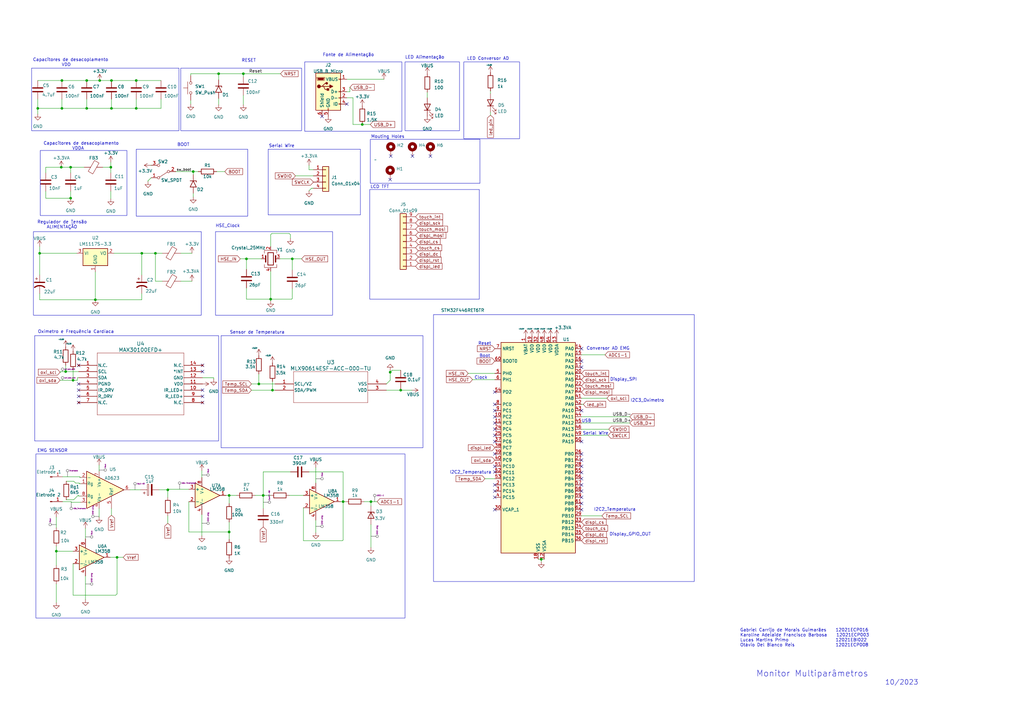
<source format=kicad_sch>
(kicad_sch (version 20230121) (generator eeschema)
  (paper "A3")
  (junction (at 58.166 103.886))
  (junction (at 45.72 33.02))
  (junction (at 55.88 33.02))
  (junction (at 107.95 203.2))
  (junction (at 148.59 51.054))
  (junction (at 25.4 33.02))
  (junction (at 29.972 155.956))
  (junction (at 40.894 33.02))
  (junction (at 152.146 205.74))
  (junction (at 111.76 160.02))
  (junction (at 63.754 103.886))
  (junction (at 140.716 205.74))
  (junction (at 45.72 44.45))
  (junction (at 39.116 122.936))
  (junction (at 106.172 157.48))
  (junction (at 16.256 103.886))
  (junction (at 93.98 218.186))
  (junction (at 93.98 203.2))
  (junction (at 23.114 226.06))
  (junction (at 160.02 152.654))
  (junction (at 101.092 106.172))
  (junction (at 45.466 68.58))
  (junction (at 119.888 106.172))
  (junction (at 48.006 228.6))
  (junction (at 28.956 81.28))
  (junction (at 25.4 44.45))
  (junction (at 221.996 229.362))
  (junction (at 164.338 160.02))
  (junction (at 89.662 30.226))
  (junction (at 35.56 44.45))
  (junction (at 99.822 30.226))
  (junction (at 25.146 68.58))
  (junction (at 55.88 44.45))
  (junction (at 26.924 152.4))
  (junction (at 79.248 70.358))
  (junction (at 35.56 33.02))
  (junction (at 68.834 200.914))
  (junction (at 110.998 122.682))
  (junction (at 15.494 44.45))
  (junction (at 28.956 68.58))
  (no_connect (at 238.506 206.502))
  (no_connect (at 202.946 181.102))
  (no_connect (at 169.164 64.008))
  (no_connect (at 32.258 160.02))
  (no_connect (at 202.946 170.942))
  (no_connect (at 176.53 64.008))
  (no_connect (at 202.946 191.262))
  (no_connect (at 238.506 201.422))
  (no_connect (at 238.506 148.082))
  (no_connect (at 202.946 201.422))
  (no_connect (at 238.506 188.722))
  (no_connect (at 202.946 173.482))
  (no_connect (at 202.946 176.022))
  (no_connect (at 238.506 203.962))
  (no_connect (at 238.506 181.102))
  (no_connect (at 202.946 198.882))
  (no_connect (at 202.946 178.562))
  (no_connect (at 202.946 193.548))
  (no_connect (at 202.946 168.402))
  (no_connect (at 238.506 186.182))
  (no_connect (at 83.058 165.1))
  (no_connect (at 160.02 73.66))
  (no_connect (at 238.506 209.042))
  (no_connect (at 238.506 150.622))
  (no_connect (at 32.258 149.86))
  (no_connect (at 202.946 160.782))
  (no_connect (at 132.08 47.752))
  (no_connect (at 202.946 203.962))
  (no_connect (at 32.258 165.1))
  (no_connect (at 238.506 198.882))
  (no_connect (at 238.506 193.802))
  (no_connect (at 238.506 168.402))
  (no_connect (at 202.946 209.042))
  (no_connect (at 83.058 149.86))
  (no_connect (at 238.506 191.262))
  (no_connect (at 32.258 157.48))
  (no_connect (at 83.058 152.4))
  (no_connect (at 202.946 186.182))
  (no_connect (at 142.24 42.672))
  (no_connect (at 238.506 196.342))
  (no_connect (at 202.946 165.862))
  (no_connect (at 83.058 162.56))
  (no_connect (at 83.058 160.02))
  (no_connect (at 238.506 143.002))
  (no_connect (at 32.258 162.56))
  (no_connect (at 160.274 64.008))
  (wire (pts (xy 119.888 118.364) (xy 119.888 122.428)))
  (wire (pts (xy 129.54 218.44) (xy 129.54 213.36)))
  (wire (pts (xy 28.956 68.58) (xy 34.544 68.58)))
  (wire (pts (xy 238.506 170.942) (xy 258.318 170.942)))
  (wire (pts (xy 68.834 200.914) (xy 68.834 203.962)))
  (wire (pts (xy 93.98 218.186) (xy 93.98 221.234)))
  (wire (pts (xy 118.618 203.2) (xy 124.46 203.2)))
  (wire (pts (xy 110.998 111.252) (xy 110.998 122.682)))
  (wire (pts (xy 127.762 77.216) (xy 126.746 78.232)))
  (wire (pts (xy 121.158 72.136) (xy 128.524 72.136)))
  (wire (pts (xy 58.166 103.886) (xy 58.166 112.776)))
  (wire (pts (xy 68.834 200.914) (xy 68.834 200.66)))
  (wire (pts (xy 42.164 68.58) (xy 45.466 68.58)))
  (wire (pts (xy 149.352 205.74) (xy 152.146 205.74)))
  (wire (pts (xy 25.654 205.74) (xy 29.21 205.74)))
  (wire (pts (xy 140.716 205.74) (xy 140.716 221.488)))
  (wire (pts (xy 35.052 245.872) (xy 35.052 236.22)))
  (wire (pts (xy 77.47 205.74) (xy 77.47 218.186)))
  (wire (pts (xy 152.146 224.536) (xy 152.146 215.138)))
  (wire (pts (xy 66.548 115.316) (xy 63.754 115.316)))
  (wire (pts (xy 111.76 160.02) (xy 112.776 160.02)))
  (wire (pts (xy 61.722 67.818) (xy 61.976 67.818)))
  (wire (pts (xy 107.95 203.2) (xy 110.998 203.2)))
  (wire (pts (xy 40.894 33.02) (xy 45.72 33.02)))
  (wire (pts (xy 35.56 44.45) (xy 45.72 44.45)))
  (wire (pts (xy 31.75 155.956) (xy 31.75 154.94)))
  (wire (pts (xy 45.212 228.6) (xy 48.006 228.6)))
  (wire (pts (xy 142.24 40.132) (xy 144.78 40.132)))
  (wire (pts (xy 119.126 96.266) (xy 119.126 97.79)))
  (wire (pts (xy 93.98 203.2) (xy 93.98 206.502)))
  (wire (pts (xy 119.888 106.172) (xy 119.888 110.744)))
  (wire (pts (xy 31.496 103.886) (xy 16.256 103.886)))
  (wire (pts (xy 193.802 155.702) (xy 202.946 155.702)))
  (wire (pts (xy 25.4 40.64) (xy 25.4 44.45)))
  (wire (pts (xy 192.024 153.162) (xy 202.946 153.162)))
  (wire (pts (xy 106.172 157.48) (xy 112.776 157.48)))
  (wire (pts (xy 164.338 151.892) (xy 160.782 151.892)))
  (wire (pts (xy 32.004 203.2) (xy 30.226 204.978)))
  (wire (pts (xy 89.662 30.226) (xy 78.232 30.226)))
  (wire (pts (xy 32.766 195.834) (xy 32.766 195.58)))
  (wire (pts (xy 29.972 244.094) (xy 47.498 244.094)))
  (wire (pts (xy 152.146 205.74) (xy 154.686 205.74)))
  (wire (pts (xy 18.796 78.486) (xy 18.796 81.28)))
  (wire (pts (xy 93.98 203.2) (xy 97.028 203.2)))
  (wire (pts (xy 24.892 152.654) (xy 24.892 152.4)))
  (wire (pts (xy 46.736 103.886) (xy 58.166 103.886)))
  (wire (pts (xy 104.648 203.2) (xy 107.95 203.2)))
  (wire (pts (xy 25.146 68.58) (xy 28.956 68.58)))
  (wire (pts (xy 110.998 101.092) (xy 110.998 96.266)))
  (wire (pts (xy 40.64 208.534) (xy 40.64 212.09)))
  (wire (pts (xy 28.956 70.866) (xy 28.956 68.58)))
  (wire (pts (xy 32.766 195.58) (xy 25.654 195.58)))
  (wire (pts (xy 124.46 221.742) (xy 140.462 221.742)))
  (wire (pts (xy 27.178 197.358) (xy 30.226 197.358)))
  (wire (pts (xy 160.02 152.654) (xy 160.02 151.892)))
  (wire (pts (xy 238.506 165.862) (xy 239.268 165.862)))
  (wire (pts (xy 89.662 30.226) (xy 99.822 30.226)))
  (wire (pts (xy 107.95 193.548) (xy 107.95 203.2)))
  (wire (pts (xy 15.494 44.45) (xy 15.494 46.736)))
  (wire (pts (xy 32.766 195.834) (xy 33.02 195.834)))
  (wire (pts (xy 45.72 211.328) (xy 45.72 208.534)))
  (wire (pts (xy 48.006 228.6) (xy 48.006 243.586)))
  (wire (pts (xy 18.796 68.58) (xy 25.146 68.58)))
  (wire (pts (xy 92.71 203.2) (xy 93.98 203.2)))
  (wire (pts (xy 45.72 40.64) (xy 45.72 44.45)))
  (wire (pts (xy 238.506 211.582) (xy 246.888 211.582)))
  (wire (pts (xy 78.232 30.226) (xy 78.232 30.988)))
  (wire (pts (xy 24.638 152.654) (xy 24.892 152.654)))
  (wire (pts (xy 101.092 118.11) (xy 101.092 122.682)))
  (wire (pts (xy 55.88 33.02) (xy 66.04 33.02)))
  (wire (pts (xy 123.698 106.172) (xy 119.888 106.172)))
  (wire (pts (xy 29.972 231.14) (xy 29.972 244.094)))
  (wire (pts (xy 16.256 103.886) (xy 16.256 112.776)))
  (wire (pts (xy 31.75 154.94) (xy 32.258 154.94)))
  (wire (pts (xy 35.56 40.64) (xy 35.56 44.45)))
  (wire (pts (xy 35.052 216.662) (xy 35.052 220.98)))
  (wire (pts (xy 201.168 45.974) (xy 201.168 47.244)))
  (wire (pts (xy 32.512 198.374) (xy 32.512 198.12)))
  (wire (pts (xy 66.04 40.64) (xy 66.04 44.45)))
  (wire (pts (xy 30.988 198.12) (xy 30.226 197.358)))
  (wire (pts (xy 201.168 37.338) (xy 201.168 38.354)))
  (wire (pts (xy 124.46 208.28) (xy 124.46 221.742)))
  (wire (pts (xy 87.63 155.448) (xy 87.63 154.94)))
  (wire (pts (xy 119.126 193.548) (xy 107.95 193.548)))
  (wire (pts (xy 53.34 200.914) (xy 57.658 200.914)))
  (wire (pts (xy 72.136 70.358) (xy 79.248 70.358)))
  (wire (pts (xy 238.506 178.562) (xy 249.428 178.562)))
  (wire (pts (xy 60.706 74.422) (xy 60.706 74.168)))
  (wire (pts (xy 32.258 203.2) (xy 32.004 203.2)))
  (wire (pts (xy 23.114 239.522) (xy 23.114 247.142)))
  (wire (pts (xy 110.998 122.682) (xy 110.998 123.444)))
  (wire (pts (xy 78.232 41.148) (xy 78.232 42.672)))
  (wire (pts (xy 63.754 103.886) (xy 66.548 103.886)))
  (wire (pts (xy 33.02 203.454) (xy 32.258 203.454)))
  (wire (pts (xy 139.7 205.74) (xy 140.716 205.74)))
  (wire (pts (xy 63.754 115.316) (xy 63.754 103.886)))
  (wire (pts (xy 79.248 70.358) (xy 79.248 71.628)))
  (wire (pts (xy 45.466 68.58) (xy 45.466 70.866)))
  (wire (pts (xy 39.116 122.936) (xy 16.256 122.936)))
  (wire (pts (xy 32.512 198.374) (xy 33.02 198.374)))
  (wire (pts (xy 160.782 151.892) (xy 160.02 152.654)))
  (wire (pts (xy 152.146 205.74) (xy 152.146 207.518)))
  (wire (pts (xy 29.972 155.956) (xy 31.75 155.956)))
  (wire (pts (xy 58.166 103.886) (xy 63.754 103.886)))
  (wire (pts (xy 79.248 70.358) (xy 81.28 70.358)))
  (wire (pts (xy 128.524 77.216) (xy 127.762 77.216)))
  (wire (pts (xy 111.76 156.464) (xy 111.76 160.02)))
  (wire (pts (xy 103.124 160.02) (xy 111.76 160.02)))
  (wire (pts (xy 220.726 229.362) (xy 221.996 229.362)))
  (wire (pts (xy 16.256 101.092) (xy 16.256 103.886)))
  (wire (pts (xy 29.972 151.638) (xy 29.972 155.956)))
  (wire (pts (xy 82.804 219.71) (xy 82.804 211.074)))
  (wire (pts (xy 18.796 81.28) (xy 28.956 81.28)))
  (wire (pts (xy 45.72 44.45) (xy 55.88 44.45)))
  (wire (pts (xy 15.494 40.64) (xy 15.494 44.45)))
  (wire (pts (xy 78.74 115.316) (xy 74.168 115.316)))
  (wire (pts (xy 45.466 66.548) (xy 45.466 68.58)))
  (wire (pts (xy 24.638 155.956) (xy 29.972 155.956)))
  (wire (pts (xy 26.924 149.86) (xy 26.924 152.4)))
  (wire (pts (xy 143.51 35.814) (xy 143.51 37.592)))
  (wire (pts (xy 60.706 74.168) (xy 61.976 72.898)))
  (wire (pts (xy 40.64 190.754) (xy 40.64 193.294)))
  (wire (pts (xy 23.114 224.028) (xy 23.114 226.06)))
  (wire (pts (xy 238.506 145.542) (xy 248.158 145.542)))
  (wire (pts (xy 119.634 122.682) (xy 119.888 122.428)))
  (wire (pts (xy 25.4 33.02) (xy 35.56 33.02)))
  (wire (pts (xy 77.47 218.186) (xy 93.98 218.186)))
  (wire (pts (xy 101.092 106.172) (xy 107.188 106.172)))
  (wire (pts (xy 129.54 191.77) (xy 129.54 198.12)))
  (wire (pts (xy 55.88 40.64) (xy 55.88 44.45)))
  (wire (pts (xy 160.02 152.654) (xy 160.02 155.956)))
  (wire (pts (xy 198.882 196.342) (xy 202.946 196.342)))
  (wire (pts (xy 45.466 78.486) (xy 45.466 81.534)))
  (wire (pts (xy 238.506 173.482) (xy 258.318 173.482)))
  (wire (pts (xy 26.924 152.4) (xy 32.258 152.4)))
  (wire (pts (xy 16.256 122.936) (xy 16.256 120.396)))
  (wire (pts (xy 15.494 33.02) (xy 25.4 33.02)))
  (wire (pts (xy 119.888 106.172) (xy 114.808 106.172)))
  (wire (pts (xy 99.822 39.116) (xy 99.822 42.926)))
  (wire (pts (xy 160.02 155.956) (xy 158.496 157.48)))
  (wire (pts (xy 35.56 33.02) (xy 40.894 33.02)))
  (wire (pts (xy 29.21 205.994) (xy 33.02 205.994)))
  (wire (pts (xy 144.78 51.054) (xy 148.59 51.054)))
  (wire (pts (xy 148.59 51.054) (xy 151.892 51.054)))
  (wire (pts (xy 110.998 122.682) (xy 119.634 122.682)))
  (wire (pts (xy 101.092 122.682) (xy 110.998 122.682)))
  (wire (pts (xy 28.956 78.486) (xy 28.956 81.28)))
  (wire (pts (xy 164.338 160.02) (xy 168.91 160.02)))
  (wire (pts (xy 24.892 152.4) (xy 26.924 152.4)))
  (wire (pts (xy 88.9 70.358) (xy 92.202 70.358)))
  (wire (pts (xy 110.998 96.266) (xy 111.506 95.758)))
  (wire (pts (xy 140.462 221.742) (xy 140.716 221.488)))
  (wire (pts (xy 99.822 31.496) (xy 99.822 30.226)))
  (wire (pts (xy 142.24 32.512) (xy 157.48 32.512)))
  (wire (pts (xy 82.804 193.04) (xy 82.804 195.834)))
  (wire (pts (xy 126.746 69.596) (xy 128.524 69.596)))
  (wire (pts (xy 158.496 160.02) (xy 164.338 160.02)))
  (wire (pts (xy 68.834 200.66) (xy 77.47 200.66)))
  (wire (pts (xy 32.258 203.454) (xy 32.258 203.2)))
  (wire (pts (xy 18.796 68.58) (xy 18.796 70.866)))
  (wire (pts (xy 23.114 226.06) (xy 29.972 226.06)))
  (wire (pts (xy 23.114 226.06) (xy 23.114 231.902)))
  (wire (pts (xy 23.114 212.09) (xy 23.114 216.408)))
  (wire (pts (xy 103.124 157.48) (xy 106.172 157.48)))
  (wire (pts (xy 68.834 211.582) (xy 68.834 214.63)))
  (wire (pts (xy 79.248 79.248) (xy 79.248 80.772)))
  (wire (pts (xy 58.166 120.396) (xy 58.166 122.936)))
  (wire (pts (xy 98.552 106.172) (xy 101.092 106.172)))
  (wire (pts (xy 87.63 154.94) (xy 83.058 154.94)))
  (wire (pts (xy 249.682 176.022) (xy 238.506 176.022)))
  (wire (pts (xy 55.88 44.45) (xy 66.04 44.45)))
  (wire (pts (xy 58.166 122.936) (xy 39.116 122.936)))
  (wire (pts (xy 78.74 103.886) (xy 74.168 103.886)))
  (wire (pts (xy 221.996 229.362) (xy 223.266 229.362)))
  (wire (pts (xy 101.092 106.172) (xy 101.092 110.49)))
  (wire (pts (xy 93.98 214.122) (xy 93.98 218.186)))
  (wire (pts (xy 39.116 111.506) (xy 39.116 122.936)))
  (wire (pts (xy 27.178 204.978) (xy 30.226 204.978)))
  (wire (pts (xy 15.494 44.45) (xy 25.4 44.45)))
  (wire (pts (xy 45.72 33.02) (xy 55.88 33.02)))
  (wire (pts (xy 89.662 40.386) (xy 89.662 42.926)))
  (wire (pts (xy 140.716 205.74) (xy 141.732 205.74)))
  (wire (pts (xy 89.662 30.226) (xy 89.662 32.766)))
  (wire (pts (xy 126.746 193.548) (xy 140.716 193.548)))
  (wire (pts (xy 32.512 198.12) (xy 30.988 198.12)))
  (wire (pts (xy 115.062 30.226) (xy 99.822 30.226)))
  (wire (pts (xy 143.51 37.592) (xy 142.24 37.592)))
  (wire (pts (xy 25.4 44.45) (xy 35.56 44.45)))
  (wire (pts (xy 107.95 203.2) (xy 107.95 208.534)))
  (wire (pts (xy 164.338 159.512) (xy 164.338 160.02)))
  (wire (pts (xy 144.78 40.132) (xy 144.78 51.054)))
  (wire (pts (xy 65.278 200.914) (xy 68.834 200.914)))
  (wire (pts (xy 118.618 95.758) (xy 119.126 96.266)))
  (wire (pts (xy 106.172 153.416) (xy 106.172 157.48)))
  (wire (pts (xy 126.746 67.818) (xy 126.746 69.596)))
  (wire (pts (xy 47.498 244.094) (xy 48.006 243.586)))
  (wire (pts (xy 111.506 95.758) (xy 118.618 95.758)))
  (wire (pts (xy 140.716 193.548) (xy 140.716 205.74)))
  (wire (pts (xy 175.26 37.846) (xy 175.26 40.132)))
  (wire (pts (xy 248.92 163.322) (xy 238.506 163.322)))
  (wire (pts (xy 48.006 228.6) (xy 50.546 228.6)))
  (wire (pts (xy 29.21 205.74) (xy 29.21 205.994)))
  (wire (pts (xy 221.996 229.362) (xy 221.996 230.378)))
  (rectangle (start 151.638 77.724) (end 196.596 122.682))
  (rectangle (start 124.968 25.4) (end 164.846 53.848))
  (rectangle (start 190.246 25.4) (end 213.106 56.896))
  (rectangle (start 16.51 61.722) (end 52.07 88.392))
  (rectangle (start 166.116 25.4) (end 188.468 53.594))
  (rectangle (start 109.982 61.214) (end 147.828 88.138))
  (rectangle (start 55.88 61.214) (end 101.6 88.646))
  (rectangle (start 74.168 27.94) (end 123.698 53.594))
  (rectangle (start 14.732 186.182) (end 166.116 253.492))
  (rectangle (start 88.392 94.996) (end 136.398 129.286))
  (rectangle (start 13.716 94.996) (end 82.55 129.286))
  (rectangle (start 177.8 129.032) (end 284.734 238.506))
  (rectangle (start 151.892 57.15) (end 196.85 75.184))
  (rectangle (start 14.224 137.668) (end 89.662 180.848))
  (rectangle (start 90.678 137.668) (end 173.482 183.642))
  (rectangle (start 12.954 27.94) (end 73.406 53.594))
  (text "Oxímetro e Frequência Cardíaca " (at 15.494 136.906 0) (effects (font (size 1.27 1.27)) (justify left bottom)))
  (text "Reset" (at 196.088 141.732 0) (effects (font (size 1.27 1.27)) (justify left bottom)))
  (text "I2C2_Temperatura\n" (at 184.404 194.564 0) (effects (font (size 1.27 1.27)) (justify left bottom)))
  (text "Serial Wire" (at 110.236 60.706 0) (effects (font (size 1.27 1.27)) (justify left bottom)))
  (text "RESET" (at 99.06 25.654 0) (effects (font (size 1.27 1.27)) (justify left bottom)))
  (text "BOOT\n" (at 72.644 60.198 0) (effects (font (size 1.27 1.27)) (justify left bottom)))
  (text "Conversor AD EMG\n\n" (at 240.538 145.796 0) (effects (font (size 1.27 1.27)) (justify left bottom)))
  (text "Regulador de Tensão\n    ALIMENTAÇÃO" (at 15.24 93.98 0) (effects (font (size 1.27 1.27)) (justify left bottom)))
  (text "10/2023" (at 362.966 281.178 0) (effects (font (size 2 2)) (justify left bottom)))
  (text "LED Alimentação\n\n" (at 166.116 26.416 0) (effects (font (size 1.27 1.27)) (justify left bottom)))
  (text "Clock\n" (at 194.564 155.702 0) (effects (font (size 1.27 1.27)) (justify left bottom)))
  (text "USB" (at 238.506 173.482 0) (effects (font (size 1.27 1.27)) (justify left bottom)))
  (text "Display_GPIO_OUT\n\n\n" (at 249.936 224.028 0) (effects (font (size 1.27 1.27)) (justify left bottom)))
  (text "Boot" (at 196.596 146.812 0) (effects (font (size 1.27 1.27)) (justify left bottom)))
  (text "Display_SPI" (at 250.19 156.464 0) (effects (font (size 1.27 1.27)) (justify left bottom)))
  (text "Mouting Holes\n" (at 152.146 56.896 0) (effects (font (size 1.27 1.27)) (justify left bottom)))
  (text "Fonte de Alimentação\n" (at 132.334 23.368 0) (effects (font (size 1.27 1.27)) (justify left bottom)))
  (text "Capacitores de desacoplamento \n		  VDDA\n" (at 17.78 61.722 0) (effects (font (size 1.27 1.27)) (justify left bottom)))
  (text "LED Conversor AD\n\n" (at 191.516 26.924 0) (effects (font (size 1.27 1.27)) (justify left bottom)))
  (text "Gabriel Carrijo de Morais Guimarães    12021ECP016\nKaroline Adelaide Francisco Barbosa    12021ECP003\nLucas Martins Primo 		    12021EBI022\nOtávio Del Bianco Reis 		    12021ECP008" (at 303.53 265.43 0) (effects (font (size 1.27 1.27)) (justify left bottom)))
  (text "Sensor de Temperatura\n" (at 94.234 137.16 0) (effects (font (size 1.27 1.27)) (justify left bottom)))
  (text "LCD TFT" (at 151.892 77.47 0) (effects (font (size 1.27 1.27)) (justify left bottom)))
  (text "HSE_Clock" (at 88.392 93.472 0) (effects (font (size 1.27 1.27)) (justify left bottom)))
  (text "Monitor Multiparâmetros" (at 310.134 277.876 0) (effects (font (size 2.5 2.5)) (justify left bottom)))
  (text "I2C2_Temperatura\n" (at 243.586 209.804 0) (effects (font (size 1.27 1.27)) (justify left bottom)))
  (text "EMG SENSOR\n" (at 15.24 185.674 0) (effects (font (size 1.27 1.27)) (justify left bottom)))
  (text "Capacitores de desacoplamento \n		  VDD" (at 13.462 27.432 0) (effects (font (size 1.27 1.27)) (justify left bottom)))
  (text "I2C3_Oxímetro\n\n" (at 258.572 167.132 0) (effects (font (size 1.27 1.27)) (justify left bottom)))
  (text "Serial Wire\n" (at 239.014 178.562 0) (effects (font (size 1.27 1.27)) (justify left bottom)))
  (label "Reset" (at 102.108 30.226 0))
  (label "USB_D-" (at 251.206 170.942 0))
  (label "sw_boot" (at 72.39 70.358 0) (effects (font (size 1 1))))
  (label "USB_D+" (at 251.206 173.482 0))
  (global_label "displ_cs" (shape input) (at 170.434 99.06 0) (property "Intersheetrefs" "${INTERSHEET_REFS}" (effects hide)))
  (global_label "touch_cs" (shape input) (at 238.506 216.662 0) (property "Intersheetrefs" "${INTERSHEET_REFS}" (effects hide)))
  (global_label "Temp_SDA" (shape input) (at 198.882 196.342 180) (property "Intersheetrefs" "${INTERSHEET_REFS}" (effects hide)))
  (global_label "oxi_scl" (shape input) (at 248.92 163.322 0) (property "Intersheetrefs" "${INTERSHEET_REFS}" (effects hide)))
  (global_label "Vref" (shape input) (at 50.546 228.6 0) (property "Intersheetrefs" "${INTERSHEET_REFS}" (effects hide)))
  (global_label "Vref" (shape input) (at 107.95 216.154 270) (property "Intersheetrefs" "${INTERSHEET_REFS}" (effects hide)))
  (global_label "Temp_SCL" (shape input) (at 246.888 211.582 0) (property "Intersheetrefs" "${INTERSHEET_REFS}" (effects hide)))
  (global_label "NRST" (shape input) (at 115.062 30.226 0) (property "Intersheetrefs" "${INTERSHEET_REFS}" (effects hide)))
  (global_label "displ_rst" (shape input) (at 238.506 221.742 0) (property "Intersheetrefs" "${INTERSHEET_REFS}" (effects hide)))
  (global_label "USB_D-" (shape input) (at 143.51 35.814 0) (property "Intersheetrefs" "${INTERSHEET_REFS}" (effects hide)))
  (global_label "USB_D+" (shape input) (at 258.318 173.482 0) (property "Intersheetrefs" "${INTERSHEET_REFS}" (effects hide)))
  (global_label "ADC1-1" (shape input) (at 154.686 205.74 0) (property "Intersheetrefs" "${INTERSHEET_REFS}" (effects hide)))
  (global_label "touch_cs" (shape input) (at 170.434 101.6 0) (property "Intersheetrefs" "${INTERSHEET_REFS}" (effects hide)))
  (global_label "displ_rst" (shape input) (at 170.434 106.68 0) (property "Intersheetrefs" "${INTERSHEET_REFS}" (effects hide)))
  (global_label "HSE_OUT" (shape input) (at 193.802 155.702 180) (property "Intersheetrefs" "${INTERSHEET_REFS}" (effects hide)))
  (global_label "displ_mosi" (shape input) (at 238.506 160.782 0) (property "Intersheetrefs" "${INTERSHEET_REFS}" (effects hide)))
  (global_label "Temp_SDA" (shape input) (at 103.124 160.02 180) (property "Intersheetrefs" "${INTERSHEET_REFS}" (effects hide)))
  (global_label "displ_led" (shape input) (at 202.946 183.642 180) (property "Intersheetrefs" "${INTERSHEET_REFS}" (effects hide)))
  (global_label "USB_D-" (shape input) (at 258.318 170.942 0) (property "Intersheetrefs" "${INTERSHEET_REFS}" (effects hide)))
  (global_label "displ_sck" (shape input) (at 238.506 155.702 0) (property "Intersheetrefs" "${INTERSHEET_REFS}" (effects hide)))
  (global_label "Temp_SCL" (shape input) (at 103.124 157.48 180) (property "Intersheetrefs" "${INTERSHEET_REFS}" (effects hide)))
  (global_label "touch_int" (shape input) (at 170.434 88.9 0) (property "Intersheetrefs" "${INTERSHEET_REFS}" (effects hide)))
  (global_label "oxi_sda" (shape input) (at 24.638 155.956 180) (property "Intersheetrefs" "${INTERSHEET_REFS}" (effects hide)))
  (global_label "SWCLK" (shape input) (at 249.428 178.562 0) (property "Intersheetrefs" "${INTERSHEET_REFS}" (effects hide)))
  (global_label "touch_mosi" (shape input) (at 170.434 93.98 0) (property "Intersheetrefs" "${INTERSHEET_REFS}" (effects hide)))
  (global_label "SWDIO" (shape input) (at 249.682 176.022 0) (property "Intersheetrefs" "${INTERSHEET_REFS}" (effects hide)))
  (global_label "displ_sck" (shape input) (at 170.434 91.44 0) (property "Intersheetrefs" "${INTERSHEET_REFS}" (effects hide)))
  (global_label "touch_mosi" (shape input) (at 238.506 158.242 0) (property "Intersheetrefs" "${INTERSHEET_REFS}" (effects hide)))
  (global_label "oxi_sda" (shape input) (at 202.946 188.722 180) (property "Intersheetrefs" "${INTERSHEET_REFS}" (effects hide)))
  (global_label "HSE_OUT" (shape input) (at 123.698 106.172 0) (property "Intersheetrefs" "${INTERSHEET_REFS}" (effects hide)))
  (global_label "NRST" (shape input) (at 202.946 143.002 180) (property "Intersheetrefs" "${INTERSHEET_REFS}" (effects hide)))
  (global_label "BOOT" (shape input) (at 202.946 148.082 180) (property "Intersheetrefs" "${INTERSHEET_REFS}" (effects hide)))
  (global_label "displ_led" (shape input) (at 170.434 109.22 0) (property "Intersheetrefs" "${INTERSHEET_REFS}" (effects hide)))
  (global_label "oxi_scl" (shape input) (at 24.638 152.654 180) (property "Intersheetrefs" "${INTERSHEET_REFS}" (effects hide)))
  (global_label "displ_mosi" (shape input) (at 170.434 96.52 0) (property "Intersheetrefs" "${INTERSHEET_REFS}" (effects hide)))
  (global_label "SWCLK" (shape input) (at 128.524 74.676 180) (property "Intersheetrefs" "${INTERSHEET_REFS}" (effects hide)))
  (global_label "Vref" (shape input) (at 68.834 214.63 270) (property "Intersheetrefs" "${INTERSHEET_REFS}" (effects hide)))
  (global_label "BOOT" (shape input) (at 92.202 70.358 0) (property "Intersheetrefs" "${INTERSHEET_REFS}" (effects hide)))
  (global_label "HSE_IN" (shape input) (at 192.024 153.162 180) (property "Intersheetrefs" "${INTERSHEET_REFS}" (effects hide)))
  (global_label "Vref" (shape input) (at 45.72 211.328 270) (property "Intersheetrefs" "${INTERSHEET_REFS}" (effects hide)))
  (global_label "ADC1-1" (shape input) (at 248.158 145.542 0) (property "Intersheetrefs" "${INTERSHEET_REFS}" (effects hide)))
  (global_label "touch_int" (shape input) (at 238.506 153.162 0) (property "Intersheetrefs" "${INTERSHEET_REFS}" (effects hide)))
  (global_label "SWDIO" (shape input) (at 121.158 72.136 180) (property "Intersheetrefs" "${INTERSHEET_REFS}" (effects hide)))
  (global_label "displ_cs" (shape input) (at 238.506 214.122 0) (property "Intersheetrefs" "${INTERSHEET_REFS}" (effects hide)))
  (global_label "displ_dc" (shape input) (at 238.506 219.202 0) (property "Intersheetrefs" "${INTERSHEET_REFS}" (effects hide)))
  (global_label "HSE_IN" (shape input) (at 98.552 106.172 180) (property "Intersheetrefs" "${INTERSHEET_REFS}" (effects hide)))
  (global_label "displ_dc" (shape input) (at 170.434 104.14 0) (property "Intersheetrefs" "${INTERSHEET_REFS}" (effects hide)))
  (global_label "USB_D+" (shape input) (at 151.892 51.054 0) (property "Intersheetrefs" "${INTERSHEET_REFS}" (effects hide)))
  (global_label "led_pin" (shape input) (at 201.168 47.244 270) (property "Intersheetrefs" "${INTERSHEET_REFS}" (effects hide)))
  (global_label "led_pin" (shape input) (at 239.268 165.862 0) (property "Intersheetrefs" "${INTERSHEET_REFS}" (effects hide)))
  (netclass_flag "" (length 1) (shape round) (at 25.654 155.956 0) (property "Netclass" "oxi_sda_stm" (at 26.3525 154.956 0) (effects (font (size 0.5 0.5) italic) (justify left))))
  (netclass_flag "" (length 2.54) (shape round) (at 129.54 215.9 270) (property "Netclass" "GND-emg" (at 132.08 215.2015 90) (effects (font (size 0.5 0.5) italic) (justify left))))
  (netclass_flag "" (length 2.54) (shape round) (at 82.804 214.63 270) (property "Netclass" "GND-emg" (at 85.344 213.9315 90) (effects (font (size 0.5 0.5) italic) (justify left))))
  (netclass_flag "" (length 2.54) (shape round) (at 35.052 239.522 270) (property "Netclass" "GND-emg" (at 37.592 238.8235 90) (effects (font (size 0.5 0.5) italic) (justify left))))
  (netclass_flag "" (length 2.54) (shape round) (at 82.804 194.818 270) (property "Netclass" "Vbus" (at 85.344 194.1195 90) (effects (font (size 0.5 0.5) italic) (justify left))))
  (netclass_flag "" (length 2.54) (shape round) (at 23.114 215.138 90) (property "Netclass" "Vbus" (at 20.574 214.4395 90) (effects (font (size 0.5 0.5) italic) (justify left))))
  (netclass_flag "" (length 2.54) (shape round) (at 40.64 192.786 270) (property "Netclass" "Vbus" (at 43.18 192.0875 90) (effects (font (size 0.5 0.5) italic) (justify left))))
  (netclass_flag "" (length 2.54) (shape round) (at 107.95 205.994 270) (property "Netclass" "ConR7-R8" (at 110.49 205.2955 90) (effects (font (size 0.5 0.5) italic) (justify left))))
  (netclass_flag "" (length 2.54) (shape round) (at 152.146 219.964 270) (property "Netclass" "GND-emg" (at 154.686 219.2655 90) (effects (font (size 0.5 0.5) italic) (justify left))))
  (netclass_flag "" (length 2.54) (shape round) (at 129.54 196.342 270) (property "Netclass" "Vbus" (at 132.08 195.6435 90) (effects (font (size 0.5 0.5) italic) (justify left))))
  (netclass_flag "" (length 2.54) (shape round) (at 27.686 195.58 0) (property "Netclass" "inversora" (at 28.3845 193.04 0) (effects (font (size 0.5 0.5) italic) (justify left))))
  (netclass_flag "" (length 2.54) (shape round) (at 35.052 220.218 270) (property "Netclass" "Vbus" (at 37.592 219.5195 90) (effects (font (size 0.5 0.5) italic) (justify left))))
  (netclass_flag "" (length 2.54) (shape round) (at 40.64 211.836 90) (property "Netclass" "GND-emg" (at 38.1 211.1375 90) (effects (font (size 0.5 0.5) italic) (justify left))))
  (netclass_flag "" (length 1) (shape round) (at 25.654 152.4 0) (property "Netclass" "oxi_slc_stm" (at 26.3525 151.4 0) (effects (font (size 0.5 0.5) italic) (justify left))))
  (netclass_flag "" (length 2.54) (shape round) (at 55.372 200.914 0) (property "Netclass" "Vout-AD" (at 56.0705 198.374 0) (effects (font (size 0.5 0.5) italic) (justify left))))
  (netclass_flag "" (length 2.54) (shape round) (at 153.67 205.74 0) (property "Netclass" "ADC1-1" (at 154.3685 203.2 0) (effects (font (size 0.5 0.5) italic) (justify left))))
  (netclass_flag "" (length 2.54) (shape round) (at 29.21 205.994 180) (property "Netclass" "não_inversora" (at 29.9085 208.534 0) (effects (font (size 0.5 0.5) italic) (justify left))))
  (netclass_flag "" (length 2.54) (shape round) (at 73.66 200.66 0) (property "Netclass" "não-inversora2" (at 74.3585 198.12 0) (effects (font (size 0.5 0.5) italic) (justify left))))
  (symbol (lib_id "power:VBUS") (at 157.48 32.512 0) (unit 1)
    (property "Reference" "#PWR027" (effects hide))
    (property "Value" "VBUS" (at 157.48 29.21 0))
  )
  (symbol (lib_id "power:GND") (at 110.998 123.444 0) (unit 1)
    (property "Reference" "#PWR025" (effects hide))
    (property "Value" "GND" (at 110.998 127.254 0))
  )
  (symbol (lib_id "power:GND") (at 39.116 122.936 0) (unit 1)
    (property "Reference" "#PWR04" (effects hide))
    (property "Value" "GND" (at 39.116 128.016 0))
  )
  (symbol (lib_id "Connector_Generic:Conn_01x09") (at 165.354 99.06 180) (unit 1)
    (property "Reference" "J5" (at 165.354 83.82 0))
    (property "Value" "Conn_01x09" (at 165.354 86.36 0))
    (property "Footprint" "Connector_PinSocket_2.54mm:PinSocket_1x09_P2.54mm_Vertical_SMD_Pin1Right" (effects hide))
  )
  (symbol (lib_id "power:+3.3V") (at 40.894 33.02 0) (unit 1)
    (property "Reference" "#PWR014" (effects hide))
    (property "Value" "+3.3V" (at 40.894 29.21 0))
  )
  (symbol (lib_id "power:+3.3V") (at 61.722 67.818 90) (unit 1)
    (property "Reference" "#PWR022" (effects hide))
    (property "Value" "+3.3V" (at 62.484 70.104 90) (effects (justify left)))
  )
  (symbol (lib_id "power:GND") (at 134.62 47.752 0) (unit 1)
    (property "Reference" "#PWR026" (effects hide))
    (property "Value" "GND" (at 134.62 52.832 0))
  )
  (symbol (lib_id "Device:LED") (at 201.168 42.164 90) (unit 1)
    (property "Reference" "D5" (at 204.216 43.1165 90) (effects (justify right)))
    (property "Value" "LED" (at 204.216 45.6565 90) (effects (justify right)))
    (property "Footprint" "LED_SMD:LED_1210_3225Metric" (effects hide))
  )
  (symbol (lib_id "power:+3.3VA") (at 126.746 67.818 0) (unit 1)
    (property "Reference" "#PWR028" (effects hide))
    (property "Value" "+3.3VA" (at 126.746 64.008 0))
  )
  (symbol (lib_id "Device:R") (at 114.808 203.2 90) (unit 1)
    (property "Reference" "R8" (at 114.808 198.12 90))
    (property "Value" "1k" (at 114.808 200.66 90))
    (property "Footprint" "Resistor_SMD:R_0603_1608Metric" (effects hide))
  )
  (symbol (lib_id "Mechanical:MountingHole_Pad") (at 169.164 61.468 0) (unit 1)
    (property "Reference" "H4" (at 171.704 59.563 0) (effects (justify left)))
    (property "Value" "MountingHole_Pad" (effects hide))
    (property "Footprint" "MountingHole:MountingHole_3.2mm_M3" (effects hide))
  )
  (symbol (lib_id "Device:C") (at 45.72 36.83 0) (unit 1)
    (property "Reference" "C8" (at 48.26 35.56 0) (effects (justify left)))
    (property "Value" "100nF" (at 46.99 39.37 0) (effects (justify left)))
    (property "Footprint" "Capacitor_SMD:C_0603_1608Metric" (effects hide))
  )
  (symbol (lib_id "Device:C") (at 122.936 193.548 90) (unit 1)
    (property "Reference" "C17" (at 124.206 187.706 90) (effects (justify left)))
    (property "Value" "390nF" (at 125.984 189.992 90) (effects (justify left)))
    (property "Footprint" "Capacitor_SMD:C_0603_1608Metric" (effects hide))
  )
  (symbol (lib_id "power:VBUS") (at 168.91 160.02 270) (unit 1)
    (property "Reference" "#PWR030" (effects hide))
    (property "Value" "VBUS" (at 166.878 161.798 90) (effects (justify left)))
  )
  (symbol (lib_id "Connector:Conn_01x01_Pin") (at 20.574 195.58 0) (unit 1)
    (property "Reference" "J3" (at 21.209 191.77 0))
    (property "Value" "Eletrode 1" (at 20.066 193.548 0))
    (property "Footprint" "Connector_PinHeader_2.54mm:PinHeader_1x01_P2.54mm_Vertical" (effects hide))
  )
  (symbol (lib_id "power:VBUS") (at 82.804 193.04 0) (unit 1)
    (property "Reference" "#PWR037" (effects hide))
    (property "Value" "VBUS" (at 82.804 189.738 0))
  )
  (symbol (lib_id "power:GND") (at 93.98 228.854 0) (unit 1)
    (property "Reference" "#PWR035" (effects hide))
    (property "Value" "GND" (at 93.98 233.934 0))
  )
  (symbol (lib_id "Device:C") (at 164.338 155.702 0) (unit 1)
    (property "Reference" "C18" (at 165.354 153.67 0) (effects (justify left)))
    (property "Value" "0.1uF" (at 167.132 155.702 0) (effects (justify left)))
    (property "Footprint" "Capacitor_SMD:C_0603_1608Metric" (effects hide))
  )
  (symbol (lib_id "power:GND") (at 175.26 47.752 0) (unit 1)
    (property "Reference" "#PWR049" (effects hide))
    (property "Value" "GND" (at 175.26 52.832 0))
  )
  (symbol (lib_id "oxy:MAX30100EFD+") (at 32.258 149.86 0) (unit 1)
    (property "Reference" "U4" (at 57.658 140.97 0) (effects (font (size 1.524 1.524))))
    (property "Value" "MAX30100EFD+" (at 57.658 143.51 0) (effects (font (size 1.524 1.524))))
    (property "Footprint" "oximeter:21-0880B_MXM-L" (effects hide))
    (property "Datasheet" "MAX30100EFD+" (effects hide))
  )
  (symbol (lib_id "Amplifier_Operational:LM358") (at 85.344 203.454 0) (unit 3)
    (property "Reference" "U7" (effects hide))
    (property "Value" "LM358" (effects hide))
    (property "Footprint" "LM358:D8-L" (effects hide))
    (property "Datasheet" "http://www.ti.com/lit/ds/symlink/lm2904-n.pdf" (effects hide))
  )
  (symbol (lib_id "power:+3.3V") (at 223.266 137.922 0) (unit 1)
    (property "Reference" "#PWR011" (effects hide))
    (property "Value" "+3.3V" (at 222.504 134.874 0) (effects (font (size 0.5 0.5))))
  )
  (symbol (lib_id "Device:D_Zener") (at 152.146 211.328 270) (unit 1)
    (property "Reference" "D3" (at 154.178 209.804 90) (effects (justify left)))
    (property "Value" "3.3V" (at 153.67 212.598 90) (effects (justify left)))
    (property "Footprint" "Diode_SMD:D_0603_1608Metric" (effects hide))
  )
  (symbol (lib_id "Device:R") (at 68.834 207.772 0) (unit 1)
    (property "Reference" "R4" (at 70.866 207.137 0) (effects (justify left)))
    (property "Value" "10k" (at 70.866 209.677 0) (effects (justify left)))
    (property "Footprint" "Resistor_SMD:R_0603_1608Metric" (effects hide))
  )
  (symbol (lib_id "Regulator_Linear:LM1117S-3.3") (at 39.116 103.886 0) (unit 1)
    (property "Reference" "U2" (at 39.116 97.536 0))
    (property "Value" "LM1117S-3.3" (at 39.116 100.076 0))
    (property "Footprint" "Package_TO_SOT_SMD:TO-263-3_TabPin2" (effects hide))
    (property "Datasheet" "http://www.ti.com/lit/ds/symlink/lm1117.pdf" (effects hide))
  )
  (symbol (lib_id "power:VBUS") (at 23.114 212.09 0) (unit 1)
    (property "Reference" "#PWR044" (effects hide))
    (property "Value" "VBUS" (at 23.114 208.788 0))
  )
  (symbol (lib_id "power:GND") (at 28.956 81.28 0) (unit 1)
    (property "Reference" "#PWR07" (effects hide))
    (property "Value" "GND" (at 28.956 86.36 0))
  )
  (symbol (lib_id "Device:R") (at 175.26 34.036 180) (unit 1)
    (property "Reference" "R10" (at 178.054 33.401 0) (effects (justify right)))
    (property "Value" "100" (at 178.054 35.941 0) (effects (justify right)))
    (property "Footprint" "Resistor_SMD:R_0805_2012Metric_Pad1.20x1.40mm_HandSolder" (effects hide))
  )
  (symbol (lib_id "power:GND") (at 79.248 80.772 0) (unit 1)
    (property "Reference" "#PWR023" (effects hide))
    (property "Value" "GND" (at 79.248 85.852 0))
  )
  (symbol (lib_id "power:GND") (at 40.64 212.09 0) (unit 1)
    (property "Reference" "#PWR039" (effects hide))
    (property "Value" "GND" (at 40.64 217.17 0))
  )
  (symbol (lib_id "power:VBUS") (at 35.052 216.662 0) (unit 1)
    (property "Reference" "#PWR042" (effects hide))
    (property "Value" "VBUS" (at 35.052 213.36 0))
  )
  (symbol (lib_id "Amplifier_Operational:LM358") (at 37.592 228.6 0) (unit 3)
    (property "Reference" "U6" (effects hide))
    (property "Value" "LM358" (at 36.068 230.505 0) (effects (justify left)))
    (property "Footprint" "LM358:D8-L" (effects hide))
    (property "Datasheet" "http://www.ti.com/lit/ds/symlink/lm2904-n.pdf" (effects hide))
  )
  (symbol (lib_id "power:+3.3VA") (at 228.346 137.922 0) (unit 1)
    (property "Reference" "#PWR013" (effects hide))
    (property "Value" "+3.3VA" (at 230.886 134.366 0))
  )
  (symbol (lib_id "Device:C") (at 25.4 36.83 0) (unit 1)
    (property "Reference" "C6" (at 27.94 35.56 0) (effects (justify left)))
    (property "Value" "100nF" (at 26.67 39.37 0) (effects (justify left)))
    (property "Footprint" "Capacitor_SMD:C_0603_1608Metric" (effects hide))
  )
  (symbol (lib_id "power:GND") (at 15.494 46.736 0) (unit 1)
    (property "Reference" "#PWR03" (effects hide))
    (property "Value" "GND" (at 15.494 51.816 0))
  )
  (symbol (lib_id "Connector:Conn_01x01_Pin") (at 20.574 205.74 0) (unit 1)
    (property "Reference" "J4" (at 21.082 201.168 0))
    (property "Value" "Eletrode 2" (at 19.812 202.946 0))
    (property "Footprint" "Connector_PinHeader_2.54mm:PinHeader_1x01_P2.54mm_Vertical" (effects hide))
  )
  (symbol (lib_id "Switch:SW_Push") (at 78.232 36.068 90) (unit 1)
    (property "Reference" "SW1" (at 80.01 35.433 90) (effects (justify right)))
    (property "Value" "SW_Push" (at 80.01 37.973 90) (effects (justify right)))
    (property "Footprint" "Button_Switch_SMD:SW_SPST_B3U-1000P-B" (effects hide))
  )
  (symbol (lib_id "Device:R") (at 93.98 210.312 0) (unit 1)
    (property "Reference" "R5" (at 96.266 209.296 0) (effects (justify left)))
    (property "Value" "100k" (at 94.996 211.074 0) (effects (justify left)))
    (property "Footprint" "Resistor_SMD:R_0603_1608Metric" (effects hide))
  )
  (symbol (lib_id "Amplifier_Operational:LM358") (at 85.09 203.2 0) (unit 1)
    (property "Reference" "U7" (at 88.646 199.136 0))
    (property "Value" "LM358" (at 89.154 200.66 0))
    (property "Footprint" "LM358:D8-L" (effects hide))
    (property "Datasheet" "http://www.ti.com/lit/ds/symlink/lm2904-n.pdf" (effects hide))
  )
  (symbol (lib_id "Device:R") (at 100.838 203.2 90) (unit 1)
    (property "Reference" "R7" (at 101.092 198.882 90))
    (property "Value" "1k" (at 100.838 200.66 90))
    (property "Footprint" "Resistor_SMD:R_0603_1608Metric" (effects hide))
  )
  (symbol (lib_id "Device:C_Polarized_US") (at 16.256 116.586 0) (unit 1)
    (property "Reference" "C1" (at 18.796 114.808 0) (effects (justify left)))
    (property "Value" "22uF" (at 18.034 119.634 0) (effects (justify left)))
    (property "Footprint" "Capacitor_SMD:CP_Elec_3x5.3" (effects hide))
  )
  (symbol (lib_id "Switch:SW_SPDT") (at 67.056 70.358 180) (unit 1)
    (property "Reference" "SW2" (at 66.802 66.294 0))
    (property "Value" "SW_SPDT" (at 70.358 73.914 0))
    (property "Footprint" "Button_Switch_SMD:SW_DIP_SPSTx01_Slide_9.78x4.72mm_W8.61mm_P2.54mm" (effects hide))
  )
  (symbol (lib_id "power:+3.3V") (at 106.172 145.796 0) (unit 1)
    (property "Reference" "#PWR050" (effects hide))
    (property "Value" "+3.3V" (at 104.394 142.748 0) (effects (font (size 0.5 0.5))))
  )
  (symbol (lib_id "Device:R") (at 26.924 146.05 180) (unit 1)
    (property "Reference" "R11" (at 21.844 144.272 0) (effects (justify right)))
    (property "Value" "4.7k" (at 22.098 146.558 0) (effects (justify right)))
    (property "Footprint" "Resistor_SMD:R_0603_1608Metric" (effects hide))
  )
  (symbol (lib_id "Diode:SM6T6V8A") (at 79.248 75.438 270) (unit 1)
    (property "Reference" "D2" (at 80.772 77.724 90) (effects (justify left)))
    (property "Value" "SM6T6V8A" (effects hide))
    (property "Footprint" "Diode_SMD:D_0603_1608Metric_Pad1.05x0.95mm_HandSolder" (effects hide))
    (property "Datasheet" "https://www.st.com/resource/en/datasheet/sm6t.pdf" (effects hide))
  )
  (symbol (lib_id "Amplifier_Instrumentation:AD623") (at 43.18 200.914 0) (unit 1)
    (property "Reference" "U5" (at 46.228 192.532 0))
    (property "Value" "AD623" (at 45.974 196.088 0))
    (property "Footprint" "AD623:RM_8_ADI-L" (effects hide))
    (property "Datasheet" "https://www.analog.com/media/en/technical-documentation/data-sheets/AD623.pdf" (effects hide))
  )
  (symbol (lib_id "power:GND") (at 119.126 97.79 0) (unit 1)
    (property "Reference" "#PWR024" (effects hide))
    (property "Value" "GND" (at 119.126 102.87 0))
  )
  (symbol (lib_id "Device:C") (at 66.04 36.83 0) (unit 1)
    (property "Reference" "C10" (at 68.58 35.56 0) (effects (justify left)))
    (property "Value" "100nF" (at 67.31 39.37 0) (effects (justify left)))
    (property "Footprint" "Capacitor_SMD:C_0603_1608Metric" (effects hide))
  )
  (symbol (lib_id "power:+3.3V") (at 201.168 29.718 0) (unit 1)
    (property "Reference" "#PWR047" (effects hide))
    (property "Value" "+3.3V" (at 200.66 26.67 0) (effects (font (size 0.5 0.5))))
  )
  (symbol (lib_id "Device:R") (at 111.76 152.654 180) (unit 1)
    (property "Reference" "R14" (at 113.284 150.368 0) (effects (justify right)))
    (property "Value" "3.5k" (at 113.03 152.908 0) (effects (justify right)))
    (property "Footprint" "Resistor_SMD:R_0603_1608Metric" (effects hide))
  )
  (symbol (lib_id "power:+3.3VA") (at 25.146 68.58 0) (unit 1)
    (property "Reference" "#PWR015" (effects hide))
    (property "Value" "+3.3VA" (at 25.146 64.77 0))
  )
  (symbol (lib_id "Device:C_Polarized") (at 61.468 200.914 90) (unit 1)
    (property "Reference" "C15" (at 61.214 195.58 90))
    (property "Value" "1uF" (at 61.468 197.358 90))
    (property "Footprint" "Capacitor_SMD:C_0603_1608Metric_Pad1.08x0.95mm_HandSolder" (effects hide))
  )
  (symbol (lib_id "Amplifier_Operational:LM358") (at 37.592 228.6 0) (unit 1)
    (property "Reference" "U6" (at 41.91 224.028 0))
    (property "Value" "LM358" (at 42.164 226.06 0))
    (property "Footprint" "LM358:D8-L" (effects hide))
    (property "Datasheet" "http://www.ti.com/lit/ds/symlink/lm2904-n.pdf" (effects hide))
  )
  (symbol (lib_id "New_Library:FerriteBead") (at 70.358 103.886 90) (unit 1)
    (property "Reference" "FB1" (at 70.3072 100.076 90))
    (property "Value" "New_Library:FerriteBead" (effects hide))
    (property "Footprint" "Inductor_SMD:L_0603_1608Metric_Pad1.05x0.95mm_HandSolder" (effects hide))
  )
  (symbol (lib_id "power:VBUS") (at 175.26 30.226 0) (unit 1)
    (property "Reference" "#PWR048" (effects hide))
    (property "Value" "VBUS" (at 175.26 26.924 0))
  )
  (symbol (lib_id "Diode:SM6T6V8A") (at 89.662 36.576 270) (unit 1)
    (property "Reference" "D1" (at 91.186 38.862 90) (effects (justify left)))
    (property "Value" "SM6T6V8A" (effects hide))
    (property "Footprint" "Diode_SMD:D_0603_1608Metric_Pad1.05x0.95mm_HandSolder" (effects hide))
    (property "Datasheet" "https://www.st.com/resource/en/datasheet/sm6t.pdf" (effects hide))
  )
  (symbol (lib_id "power:+3.3V") (at 111.76 148.844 0) (unit 1)
    (property "Reference" "#PWR051" (effects hide))
    (property "Value" "+3.3V" (at 109.982 145.796 0) (effects (font (size 0.5 0.5))))
  )
  (symbol (lib_id "power:VBUS") (at 40.64 190.754 0) (unit 1)
    (property "Reference" "#PWR038" (effects hide))
    (property "Value" "VBUS" (at 40.64 187.452 0))
  )
  (symbol (lib_id "power:GND") (at 99.822 42.926 0) (unit 1)
    (property "Reference" "#PWR020" (effects hide))
    (property "Value" "GND" (at 99.822 48.006 0))
  )
  (symbol (lib_id "power:+3.3V") (at 45.466 66.548 0) (unit 1)
    (property "Reference" "#PWR017" (effects hide))
    (property "Value" "+3.3V" (at 45.466 62.738 0))
  )
  (symbol (lib_id "Device:C") (at 99.822 35.306 0) (unit 1)
    (property "Reference" "C12" (at 101.6 33.274 0) (effects (justify left)))
    (property "Value" "100nF" (at 100.838 37.846 0) (effects (justify left)))
    (property "Footprint" "Capacitor_SMD:C_0603_1608Metric" (effects hide))
  )
  (symbol (lib_id "Device:R") (at 27.178 201.168 0) (unit 1)
    (property "Reference" "Rg1" (at 28.702 199.644 0) (effects (justify left)))
    (property "Value" "6k5" (at 28.702 201.93 0) (effects (justify left)))
    (property "Footprint" "Resistor_SMD:R_0603_1608Metric" (effects hide))
  )
  (symbol (lib_id "Device:R") (at 23.114 235.712 0) (unit 1)
    (property "Reference" "R3" (at 24.892 233.426 0) (effects (justify left)))
    (property "Value" "10k" (at 24.638 237.236 0) (effects (justify left)))
    (property "Footprint" "Resistor_SMD:R_0603_1608Metric" (effects hide))
  )
  (symbol (lib_id "New_Library:FerriteBead") (at 38.354 68.58 270) (unit 1)
    (property "Reference" "FB3" (at 38.4048 64.77 90))
    (property "Value" "New_Library:FerriteBead" (effects hide))
    (property "Footprint" "Inductor_SMD:L_0805_2012Metric" (effects hide))
  )
  (symbol (lib_id "power:GND") (at 35.052 245.872 0) (unit 1)
    (property "Reference" "#PWR043" (effects hide))
    (property "Value" "GND" (at 35.052 250.952 0))
  )
  (symbol (lib_id "Device:C") (at 28.956 74.676 0) (unit 1)
    (property "Reference" "C4" (at 30.48 72.644 0) (effects (justify left)))
    (property "Value" "1uF" (at 30.226 77.216 0) (effects (justify left)))
    (property "Footprint" "Capacitor_SMD:C_0603_1608Metric" (effects hide))
  )
  (symbol (lib_id "Device:C") (at 45.466 74.676 0) (unit 1)
    (property "Reference" "C11" (at 46.99 72.39 0) (effects (justify left)))
    (property "Value" "1uF" (at 46.736 77.216 0) (effects (justify left)))
    (property "Footprint" "Capacitor_SMD:C_0603_1608Metric" (effects hide))
  )
  (symbol (lib_id "power:GND") (at 126.746 78.232 0) (unit 1)
    (property "Reference" "#PWR029" (effects hide))
    (property "Value" "GND" (at 126.746 83.312 0))
  )
  (symbol (lib_id "power:VBUS") (at 129.54 191.77 0) (unit 1)
    (property "Reference" "#PWR040" (effects hide))
    (property "Value" "VBUS" (at 129.54 188.468 0))
  )
  (symbol (lib_id "Amplifier_Operational:LM358") (at 132.08 205.74 0) (unit 1)
    (property "Reference" "U8" (at 136.398 201.422 0))
    (property "Value" "LM358" (at 135.89 203.2 0))
    (property "Footprint" "LM358:D8-L" (effects hide))
    (property "Datasheet" "http://www.ti.com/lit/ds/symlink/lm2904-n.pdf" (effects hide))
  )
  (symbol (lib_id "Device:C") (at 18.796 74.676 0) (unit 1)
    (property "Reference" "C3" (at 20.828 72.644 0) (effects (justify left)))
    (property "Value" "10nF" (at 20.066 77.216 0) (effects (justify left)))
    (property "Footprint" "Capacitor_SMD:C_0603_1608Metric" (effects hide))
  )
  (symbol (lib_id "Mechanical:MountingHole_Pad") (at 160.274 61.468 0) (unit 1)
    (property "Reference" "H2" (at 162.814 59.563 0) (effects (justify left)))
    (property "Value" "~" (at 153.416 65.532 0) (effects (justify left)))
    (property "Footprint" "MountingHole:MountingHole_3.2mm_M3" (effects hide))
  )
  (symbol (lib_id "Mechanical:MountingHole_Pad") (at 176.53 61.468 0) (unit 1)
    (property "Reference" "H6" (at 179.07 59.563 0) (effects (justify left)))
    (property "Value" "MountingHole_Pad" (effects hide))
    (property "Footprint" "MountingHole:MountingHole_3.2mm_M3" (effects hide))
  )
  (symbol (lib_id "Device:C") (at 55.88 36.83 0) (unit 1)
    (property "Reference" "C9" (at 58.42 35.56 0) (effects (justify left)))
    (property "Value" "100nF" (at 57.15 39.37 0) (effects (justify left)))
    (property "Footprint" "Capacitor_SMD:C_0603_1608Metric" (effects hide))
  )
  (symbol (lib_id "Amplifier_Operational:LM358") (at 132.08 205.74 0) (unit 3)
    (property "Reference" "U8" (effects hide))
    (property "Value" "LM358" (at 130.556 207.645 0) (effects (justify left)))
    (property "Footprint" "LM358:D8-L" (effects hide))
    (property "Datasheet" "http://www.ti.com/lit/ds/symlink/lm2904-n.pdf" (effects hide))
  )
  (symbol (lib_id "Device:R") (at 201.168 33.528 180) (unit 1)
    (property "Reference" "R16" (at 203.962 32.893 0) (effects (justify right)))
    (property "Value" "1k" (at 203.962 35.433 0) (effects (justify right)))
    (property "Footprint" "Resistor_SMD:R_0805_2012Metric_Pad1.20x1.40mm_HandSolder" (effects hide))
  )
  (symbol (lib_id "Device:C") (at 15.494 36.83 0) (unit 1)
    (property "Reference" "C5" (at 17.526 35.052 0) (effects (justify left)))
    (property "Value" "4.7uF" (at 17.272 38.862 0) (effects (justify left)))
    (property "Footprint" "Capacitor_SMD:C_0805_2012Metric_Pad1.18x1.45mm_HandSolder" (effects hide))
  )
  (symbol (lib_id "power:+3.3V") (at 218.186 137.922 0) (unit 1)
    (property "Reference" "#PWR09" (effects hide))
    (property "Value" "+3.3V" (at 217.17 134.874 0) (effects (font (size 0.5 0.5))))
  )
  (symbol (lib_id "power:+3.3V") (at 220.726 137.922 0) (unit 1)
    (property "Reference" "#PWR010" (effects hide))
    (property "Value" "+3.3V" (at 219.964 134.874 0) (effects (font (size 0.5 0.5))))
  )
  (symbol (lib_id "power:GND") (at 45.466 81.534 0) (unit 1)
    (property "Reference" "#PWR016" (effects hide))
    (property "Value" "GND" (at 45.466 86.614 0))
  )
  (symbol (lib_id "power:GND") (at 160.02 151.892 180) (unit 1)
    (property "Reference" "#PWR031" (effects hide))
    (property "Value" "GND" (at 160.02 146.812 0))
  )
  (symbol (lib_id "Device:C") (at 107.95 212.344 0) (unit 1)
    (property "Reference" "C16" (at 110.998 210.82 0) (effects (justify left)))
    (property "Value" "330nF" (at 110.49 214.122 0) (effects (justify left)))
    (property "Footprint" "Capacitor_SMD:C_0603_1608Metric" (effects hide))
  )
  (symbol (lib_id "Mechanical:MountingHole_Pad") (at 160.02 71.12 0) (unit 1)
    (property "Reference" "H1" (at 162.56 69.215 0) (effects (justify left)))
    (property "Value" "MountingHole_Pad" (effects hide))
    (property "Footprint" "MountingHole:MountingHole_3.2mm_M3" (effects hide))
  )
  (symbol (lib_id "Temp_sensor:MLX90614ESF-ACC-000-TU") (at 112.776 157.48 0) (unit 1)
    (property "Reference" "U3" (at 135.636 148.59 0) (effects (font (size 1.524 1.524))))
    (property "Value" "MLX90614ESF-ACC-000-TU" (at 135.636 151.13 0) (effects (font (size 1.524 1.524))))
    (property "Footprint" "Oscillator:Oscillator_SMD_TXC_7C-4Pin_5.0x3.2mm" (effects hide))
    (property "Datasheet" "MLX90614ESF-ACC-000-TU" (effects hide))
  )
  (symbol (lib_id "Device:R") (at 145.542 205.74 90) (unit 1)
    (property "Reference" "R9" (at 145.542 201.168 90))
    (property "Value" "1k" (at 145.542 203.2 90))
    (property "Footprint" "Resistor_SMD:R_0603_1608Metric" (effects hide))
  )
  (symbol (lib_id "power:GND") (at 129.54 218.44 0) (unit 1)
    (property "Reference" "#PWR036" (effects hide))
    (property "Value" "GND" (at 129.54 223.52 0))
  )
  (symbol (lib_id "power:VBUS") (at 83.058 157.48 270) (unit 1)
    (property "Reference" "#PWR033" (effects hide))
    (property "Value" "VBUS" (effects hide))
  )
  (symbol (lib_id "Device:LED") (at 175.26 43.942 90) (unit 1)
    (property "Reference" "D4" (at 178.308 44.8945 90) (effects (justify right)))
    (property "Value" "LED" (at 178.308 47.4345 90) (effects (justify right)))
    (property "Footprint" "LED_SMD:LED_2010_5025Metric" (effects hide))
  )
  (symbol (lib_id "power:GND") (at 82.804 219.71 0) (unit 1)
    (property "Reference" "#PWR034" (effects hide))
    (property "Value" "GND" (at 82.804 224.79 0))
  )
  (symbol (lib_id "Device:R") (at 85.09 70.358 90) (unit 1)
    (property "Reference" "R1" (at 85.09 67.818 90))
    (property "Value" "10k" (at 85.09 72.39 90))
    (property "Footprint" "Resistor_SMD:R_0603_1608Metric" (effects hide))
  )
  (symbol (lib_id "MCU_ST_STM32F4:STM32F446RETx") (at 220.726 183.642 0) (unit 1)
    (property "Reference" "U1" (at 230.886 139.192 0) (effects (justify left)))
    (property "Value" "STM32F446RET6TR" (at 180.848 127.254 0) (effects (justify left)))
    (property "Footprint" "Package_QFP:LQFP-64_10x10mm_P0.5mm" (effects hide))
    (property "Datasheet" "https://www.st.com/resource/en/datasheet/stm32f446re.pdf" (effects hide))
  )
  (symbol (lib_id "power:+3.3VA") (at 78.74 115.316 0) (unit 1)
    (property "Reference" "#PWR06" (effects hide))
    (property "Value" "+3.3VA" (at 78.232 111.252 0))
  )
  (symbol (lib_id "power:GND") (at 221.996 230.378 0) (unit 1)
    (property "Reference" "#PWR01" (effects hide))
    (property "Value" "GND" (effects hide))
  )
  (symbol (lib_id "Device:R") (at 148.59 47.244 0) (unit 1)
    (property "Reference" "R15" (at 150.368 46.609 0) (effects (justify left)))
    (property "Value" "1.5K" (at 150.368 49.149 0) (effects (justify left)))
    (property "Footprint" "Resistor_SMD:R_0603_1608Metric_Pad0.98x0.95mm_HandSolder" (effects hide))
  )
  (symbol (lib_id "power:+3.3V") (at 26.924 142.24 0) (unit 1)
    (property "Reference" "#PWR052" (effects hide))
    (property "Value" "+3.3V" (at 25.146 139.192 0) (effects (font (size 0.5 0.5))))
  )
  (symbol (lib_id "Device:C") (at 35.56 36.83 0) (unit 1)
    (property "Reference" "C7" (at 38.1 35.56 0) (effects (justify left)))
    (property "Value" "100nF" (at 36.83 39.37 0) (effects (justify left)))
    (property "Footprint" "Capacitor_SMD:C_0603_1608Metric" (effects hide))
  )
  (symbol (lib_id "Device:C_Polarized_US") (at 58.166 116.586 0) (unit 1)
    (property "Reference" "C2" (at 60.198 114.808 0) (effects (justify left)))
    (property "Value" "22uF" (at 59.69 119.38 0) (effects (justify left)))
    (property "Footprint" "Capacitor_SMD:CP_Elec_3x5.3" (effects hide))
  )
  (symbol (lib_id "power:GND") (at 152.146 224.536 0) (unit 1)
    (property "Reference" "#PWR041" (effects hide))
    (property "Value" "GND" (at 152.146 229.616 0))
  )
  (symbol (lib_id "power:+3.3V") (at 148.59 43.434 0) (unit 1)
    (property "Reference" "#PWR046" (effects hide))
    (property "Value" "+3.3V" (at 148.59 39.624 0))
  )
  (symbol (lib_id "power:GND") (at 87.63 155.448 0) (unit 1)
    (property "Reference" "#PWR032" (effects hide))
    (property "Value" "GND" (at 87.63 160.528 0))
  )
  (symbol (lib_id "New_Library:FerriteBead") (at 70.358 115.316 90) (unit 1)
    (property "Reference" "FB2" (at 70.3072 111.506 90))
    (property "Value" "FerriteBead" (effects hide))
    (property "Footprint" "Inductor_SMD:L_0603_1608Metric_Pad1.05x0.95mm_HandSolder" (effects hide))
  )
  (symbol (lib_id "Device:R") (at 106.172 149.606 180) (unit 1)
    (property "Reference" "R13" (at 101.092 148.336 0) (effects (justify right)))
    (property "Value" "3.5k" (at 100.584 150.368 0) (effects (justify right)))
    (property "Footprint" "Resistor_SMD:R_0603_1608Metric" (effects hide))
  )
  (symbol (lib_id "Connector_Generic:Conn_01x04") (at 133.604 72.136 0) (unit 1)
    (property "Reference" "J1" (at 135.89 72.771 0) (effects (justify left)))
    (property "Value" "Conn_01x04" (at 135.89 75.311 0) (effects (justify left)))
    (property "Footprint" "Connector_PinHeader_2.00mm:PinHeader_1x04_P2.00mm_Vertical_SMD_Pin1Left" (effects hide))
  )
  (symbol (lib_id "power:+3.3V") (at 215.646 137.922 0) (unit 1)
    (property "Reference" "#PWR08" (effects hide))
    (property "Value" "+3.3V" (at 213.868 134.874 0) (effects (font (size 0.5 0.5))))
  )
  (symbol (lib_id "Device:R") (at 93.98 225.044 0) (unit 1)
    (property "Reference" "R6" (at 96.012 224.409 0) (effects (justify left)))
    (property "Value" "1K" (at 96.012 226.949 0) (effects (justify left)))
    (property "Footprint" "Resistor_SMD:R_0603_1608Metric" (effects hide))
  )
  (symbol (lib_id "power:+3.3V") (at 29.972 144.018 0) (unit 1)
    (property "Reference" "#PWR053" (effects hide))
    (property "Value" "+3.3V" (at 28.194 140.97 0) (effects (font (size 0.5 0.5))))
  )
  (symbol (lib_id "power:+3.3V") (at 78.74 103.886 0) (unit 1)
    (property "Reference" "#PWR05" (effects hide))
    (property "Value" "+3.3V" (at 78.74 100.076 0))
  )
  (symbol (lib_id "power:GND") (at 89.662 42.926 0) (unit 1)
    (property "Reference" "#PWR019" (effects hide))
    (property "Value" "GND" (at 89.662 48.006 0))
  )
  (symbol (lib_id "power:+3.3V") (at 225.806 137.922 0) (unit 1)
    (property "Reference" "#PWR012" (effects hide))
    (property "Value" "+3.3V" (at 225.298 134.874 0) (effects (font (size 0.5 0.5))))
  )
  (symbol (lib_id "Device:C") (at 119.888 114.554 0) (unit 1)
    (property "Reference" "C14" (at 121.666 112.522 0) (effects (justify left)))
    (property "Value" "26pF" (at 120.904 117.094 0) (effects (justify left)))
    (property "Footprint" "Capacitor_SMD:C_0603_1608Metric" (effects hide))
  )
  (symbol (lib_id "Device:Crystal_GND24") (at 110.998 106.172 0) (unit 1)
    (property "Reference" "Y1" (at 114.808 102.362 0))
    (property "Value" "Crystal_25MHz" (at 101.854 101.6 0))
    (property "Footprint" "Crystal:Crystal_SMD_SeikoEpson_FA238V-4Pin_3.2x2.5mm" (effects hide))
  )
  (symbol (lib_id "power:GND") (at 23.114 247.142 0) (unit 1)
    (property "Reference" "#PWR045" (effects hide))
    (property "Value" "GND" (at 23.114 252.222 0))
  )
  (symbol (lib_id "power:VBUS") (at 16.256 101.092 0) (unit 1)
    (property "Reference" "#PWR02" (effects hide))
    (property "Value" "VBUS" (at 16.256 97.79 0))
  )
  (symbol (lib_id "power:GND") (at 78.232 42.672 0) (unit 1)
    (property "Reference" "#PWR018" (effects hide))
    (property "Value" "GND" (at 78.232 47.752 0))
  )
  (symbol (lib_id "Device:R") (at 23.114 220.218 0) (unit 1)
    (property "Reference" "R2" (at 24.638 218.44 0) (effects (justify left)))
    (property "Value" "10k" (at 24.892 221.742 0) (effects (justify left)))
    (property "Footprint" "Resistor_SMD:R_0603_1608Metric" (effects hide))
  )
  (symbol (lib_id "Device:R") (at 29.972 147.828 180) (unit 1)
    (property "Reference" "R12" (at 30.988 144.78 0) (effects (justify right)))
    (property "Value" "4.7k" (at 31.496 147.32 0) (effects (justify right)))
    (property "Footprint" "Resistor_SMD:R_0603_1608Metric" (effects hide))
  )
  (symbol (lib_id "Device:C") (at 101.092 114.3 0) (unit 1)
    (property "Reference" "C13" (at 102.87 112.268 0) (effects (justify left)))
    (property "Value" "26pF" (at 102.108 116.84 0) (effects (justify left)))
    (property "Footprint" "Capacitor_SMD:C_0603_1608Metric" (effects hide))
  )
  (symbol (lib_id "power:GND") (at 60.706 74.422 0) (unit 1)
    (property "Reference" "#PWR021" (effects hide))
    (property "Value" "GND" (at 60.706 79.502 0))
  )
  (symbol (lib_id "Connector:USB_B_Micro") (at 134.62 37.592 0) (unit 1)
    (property "Reference" "J2" (at 134.62 26.67 0))
    (property "Value" "USB_B_Micro" (at 134.62 29.21 0))
    (property "Footprint" "Connector_USB:USB_Micro-B_Wuerth_629105150521" (effects hide))
  )
)
</source>
